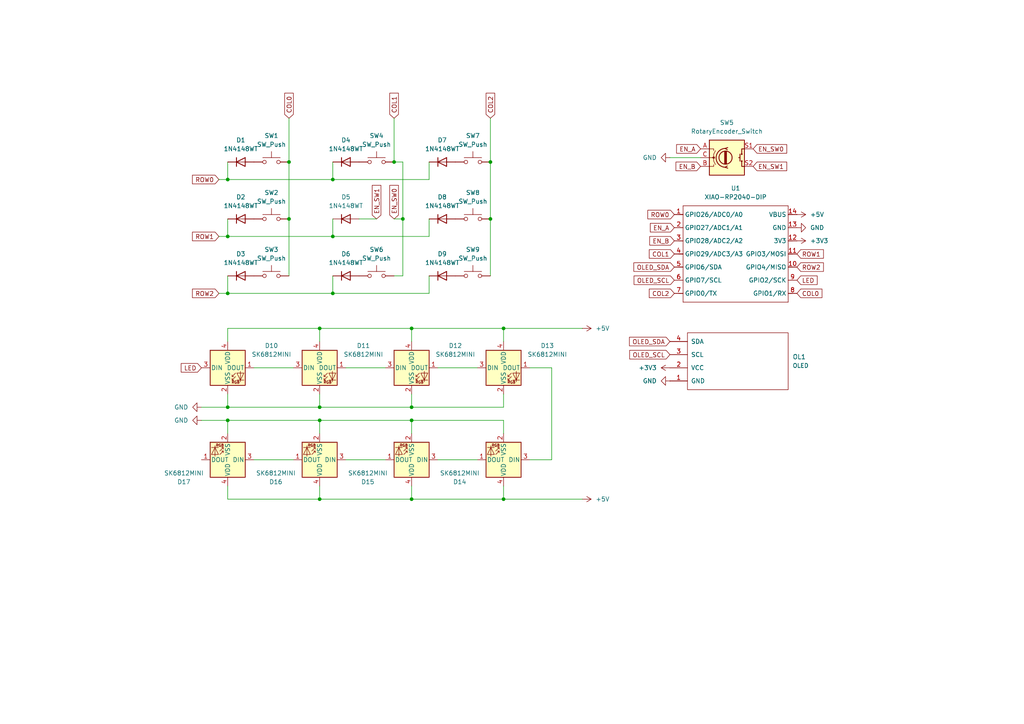
<source format=kicad_sch>
(kicad_sch (version 20250114) (generator "eeschema") (generator_version "9.0")
  (paper "A4")
  (lib_symbols
    (symbol "0.91 OLED:OLED" (pin_names (offset 1.016))
      (property "Reference" "OL1" (at 16.51 1.905 0))
      (property "Value" "OLED" (at 16.51 -0.635 0))
      (symbol "OLED_0_1"
        (rectangle (start -13.97 8.89) (end 15.24 -7.62))
      )
      (symbol "OLED_1_1"
        (pin bidirectional line (at -19.05 6.35 0) (length 5.08) (name "SDA") (number "4"))
        (pin bidirectional line (at -19.05 2.54 0) (length 5.08) (name "SCL") (number "3"))
        (pin power_in line (at -19.05 -1.27 0) (length 5.08) (name "VCC") (number "2"))
        (pin power_in line (at -19.05 -5.08 0) (length 5.08) (name "GND") (number "1"))
      )
    )
    (symbol "Device:RotaryEncoder_Switch" (pin_names (offset 0.254) (hide yes))
      (property "Reference" "SW" (at 0 6.604 0))
      (property "Value" "RotaryEncoder_Switch" (at 0 -6.604 0))
      (symbol "RotaryEncoder_Switch_0_1"
        (rectangle (start -5.08 5.08) (end 5.08 -5.08) (stroke (width 0.254)) (fill (type background)))
        (polyline (pts (xy -5.08 2.54) (xy -3.81 2.54) (xy -3.81 2.032)))
        (polyline (pts (xy -5.08 0) (xy -3.81 0) (xy -3.81 -1.016) (xy -3.302 -2.032)))
        (polyline (pts (xy -5.08 -2.54) (xy -3.81 -2.54) (xy -3.81 -2.032)))
        (polyline (pts (xy -4.318 0) (xy -3.81 0) (xy -3.81 1.016) (xy -3.302 2.032)))
        (circle (center -3.81 0) (radius 0.254) (fill (type outline)))
        (polyline (pts (xy -0.635 -1.778) (xy -0.635 1.778)) (stroke (width 0.254)))
        (circle (center -0.381 0) (radius 1.905) (stroke (width 0.254)))
        (polyline (pts (xy -0.381 -1.778) (xy -0.381 1.778)) (stroke (width 0.254)))
        (arc (start -0.381 -2.794) (mid -3.0988 -0.0635) (end -0.381 2.667) (stroke (width 0.254)))
        (polyline (pts (xy -0.127 1.778) (xy -0.127 -1.778)) (stroke (width 0.254)))
        (polyline (pts (xy 0.254 2.921) (xy -0.508 2.667) (xy 0.127 2.286)) (stroke (width 0.254)))
        (polyline (pts (xy 0.254 -3.048) (xy -0.508 -2.794) (xy 0.127 -2.413)) (stroke (width 0.254)))
        (polyline (pts (xy 3.81 1.016) (xy 3.81 -1.016)) (stroke (width 0.254)))
        (polyline (pts (xy 3.81 0) (xy 3.429 0)) (stroke (width 0.254)))
        (circle (center 4.318 1.016) (radius 0.127) (stroke (width 0.254)))
        (circle (center 4.318 -1.016) (radius 0.127) (stroke (width 0.254)))
        (polyline (pts (xy 5.08 2.54) (xy 4.318 2.54) (xy 4.318 1.016)) (stroke (width 0.254)))
        (polyline (pts (xy 5.08 -2.54) (xy 4.318 -2.54) (xy 4.318 -1.016)) (stroke (width 0.254)))
      )
      (symbol "RotaryEncoder_Switch_1_1"
        (pin passive line (at -7.62 2.54 0) (length 2.54) (name "A") (number "A"))
        (pin passive line (at -7.62 0 0) (length 2.54) (name "C") (number "C"))
        (pin passive line (at -7.62 -2.54 0) (length 2.54) (name "B") (number "B"))
        (pin passive line (at 7.62 2.54 180) (length 2.54) (name "S1") (number "S1"))
        (pin passive line (at 7.62 -2.54 180) (length 2.54) (name "S2") (number "S2"))
      )
    )
    (symbol "Diode:1N4148WT" (pin_numbers (hide yes)) (pin_names (hide yes))
      (property "Reference" "D" (at 0 2.54 0))
      (property "Value" "1N4148WT" (at 0 -2.54 0))
      (symbol "1N4148WT_0_1"
        (polyline (pts (xy -1.27 1.27) (xy -1.27 -1.27)) (stroke (width 0.254)))
        (polyline (pts (xy 1.27 1.27) (xy 1.27 -1.27) (xy -1.27 0) (xy 1.27 1.27)) (stroke (width 0.254)))
        (polyline (pts (xy 1.27 0) (xy -1.27 0)))
      )
      (symbol "1N4148WT_1_1"
        (pin passive line (at -3.81 0 0) (length 2.54) (name "K") (number "1"))
        (pin passive line (at 3.81 0 180) (length 2.54) (name "A") (number "2"))
      )
    )
    (symbol "LED:SK6812MINI" (pin_names (offset 0.254))
      (property "Reference" "D" (at 5.08 5.715 0))
      (property "Value" "SK6812MINI" (at 1.27 -5.715 0))
      (symbol "SK6812MINI_0_0"
        (text "RGB" (at 2.286 -4.191 0) (effects (font (size 0.762 0.762))))
      )
      (symbol "SK6812MINI_0_1"
        (polyline (pts (xy 1.27 -2.54) (xy 1.778 -2.54)))
        (polyline (pts (xy 1.27 -3.556) (xy 1.778 -3.556)))
        (polyline (pts (xy 2.286 -1.524) (xy 1.27 -2.54) (xy 1.27 -2.032)))
        (polyline (pts (xy 2.286 -2.54) (xy 1.27 -3.556) (xy 1.27 -3.048)))
        (polyline (pts (xy 3.683 -1.016) (xy 3.683 -3.556) (xy 3.683 -4.064)))
        (polyline (pts (xy 4.699 -1.524) (xy 2.667 -1.524) (xy 3.683 -3.556) (xy 4.699 -1.524)))
        (polyline (pts (xy 4.699 -3.556) (xy 2.667 -3.556)))
        (rectangle (start 5.08 5.08) (end -5.08 -5.08) (stroke (width 0.254)) (fill (type background)))
      )
      (symbol "SK6812MINI_1_1"
        (pin input line (at -7.62 0 0) (length 2.54) (name "DIN") (number "3"))
        (pin power_in line (at 0 7.62 270) (length 2.54) (name "VDD") (number "4"))
        (pin power_in line (at 0 -7.62 90) (length 2.54) (name "VSS") (number "2"))
        (pin output line (at 7.62 0 180) (length 2.54) (name "DOUT") (number "1"))
      )
    )
    (symbol "OPL:XIAO-RP2040-DIP"
      (property "Reference" "U" (at 0 0 0))
      (property "Value" "XIAO-RP2040-DIP" (at 5.334 -1.778 0))
      (symbol "XIAO-RP2040-DIP_1_0"
        (polyline (pts (xy -1.27 -2.54) (xy 29.21 -2.54)) (stroke (width 0.1524)))
        (polyline (pts (xy -1.27 -5.08) (xy -2.54 -5.08)) (stroke (width 0.1524)))
        (polyline (pts (xy -1.27 -5.08) (xy -1.27 -2.54)) (stroke (width 0.1524)))
        (polyline (pts (xy -1.27 -8.89) (xy -2.54 -8.89)) (stroke (width 0.1524)))
        (polyline (pts (xy -1.27 -8.89) (xy -1.27 -5.08)) (stroke (width 0.1524)))
        (polyline (pts (xy -1.27 -12.7) (xy -2.54 -12.7)) (stroke (width 0.1524)))
        (polyline (pts (xy -1.27 -12.7) (xy -1.27 -8.89)) (stroke (width 0.1524)))
        (polyline (pts (xy -1.27 -16.51) (xy -2.54 -16.51)) (stroke (width 0.1524)))
        (polyline (pts (xy -1.27 -16.51) (xy -1.27 -12.7)) (stroke (width 0.1524)))
        (polyline (pts (xy -1.27 -20.32) (xy -2.54 -20.32)) (stroke (width 0.1524)))
        (polyline (pts (xy -1.27 -24.13) (xy -2.54 -24.13)) (stroke (width 0.1524)))
        (polyline (pts (xy -1.27 -27.94) (xy -2.54 -27.94)) (stroke (width 0.1524)))
        (polyline (pts (xy -1.27 -30.48) (xy -1.27 -16.51)) (stroke (width 0.1524)))
        (polyline (pts (xy 29.21 -2.54) (xy 29.21 -5.08)) (stroke (width 0.1524)))
        (polyline (pts (xy 29.21 -5.08) (xy 29.21 -8.89)) (stroke (width 0.1524)))
        (polyline (pts (xy 29.21 -8.89) (xy 29.21 -12.7)) (stroke (width 0.1524)))
        (polyline (pts (xy 29.21 -12.7) (xy 29.21 -30.48)) (stroke (width 0.1524)))
        (polyline (pts (xy 29.21 -30.48) (xy -1.27 -30.48)) (stroke (width 0.1524)))
        (polyline (pts (xy 30.48 -5.08) (xy 29.21 -5.08)) (stroke (width 0.1524)))
        (polyline (pts (xy 30.48 -8.89) (xy 29.21 -8.89)) (stroke (width 0.1524)))
        (polyline (pts (xy 30.48 -12.7) (xy 29.21 -12.7)) (stroke (width 0.1524)))
        (polyline (pts (xy 30.48 -16.51) (xy 29.21 -16.51)) (stroke (width 0.1524)))
        (polyline (pts (xy 30.48 -20.32) (xy 29.21 -20.32)) (stroke (width 0.1524)))
        (polyline (pts (xy 30.48 -24.13) (xy 29.21 -24.13)) (stroke (width 0.1524)))
        (polyline (pts (xy 30.48 -27.94) (xy 29.21 -27.94)) (stroke (width 0.1524)))
        (pin passive line (at -3.81 -5.08 0) (length 2.54) (name "GPIO26/ADC0/A0") (number "1"))
        (pin passive line (at -3.81 -8.89 0) (length 2.54) (name "GPIO27/ADC1/A1") (number "2"))
        (pin passive line (at -3.81 -12.7 0) (length 2.54) (name "GPIO28/ADC2/A2") (number "3"))
        (pin passive line (at -3.81 -16.51 0) (length 2.54) (name "GPIO29/ADC3/A3") (number "4"))
        (pin passive line (at -3.81 -20.32 0) (length 2.54) (name "GPIO6/SDA") (number "5"))
        (pin passive line (at -3.81 -24.13 0) (length 2.54) (name "GPIO7/SCL") (number "6"))
        (pin passive line (at -3.81 -27.94 0) (length 2.54) (name "GPIO0/TX") (number "7"))
        (pin passive line (at 31.75 -5.08 180) (length 2.54) (name "VBUS") (number "14"))
        (pin passive line (at 31.75 -8.89 180) (length 2.54) (name "GND") (number "13"))
        (pin passive line (at 31.75 -12.7 180) (length 2.54) (name "3V3") (number "12"))
        (pin passive line (at 31.75 -16.51 180) (length 2.54) (name "GPIO3/MOSI") (number "11"))
        (pin passive line (at 31.75 -20.32 180) (length 2.54) (name "GPIO4/MISO") (number "10"))
        (pin passive line (at 31.75 -24.13 180) (length 2.54) (name "GPIO2/SCK") (number "9"))
        (pin passive line (at 31.75 -27.94 180) (length 2.54) (name "GPIO1/RX") (number "8"))
      )
    )
    (symbol "Switch:SW_Push" (pin_numbers (hide yes)) (pin_names (offset 1.016) (hide yes))
      (property "Reference" "SW" (at 1.27 2.54 0))
      (property "Value" "SW_Push" (at 0 -1.524 0))
      (symbol "SW_Push_0_1"
        (circle (center -2.032 0) (radius 0.508))
        (polyline (pts (xy 0 1.27) (xy 0 3.048)))
        (circle (center 2.032 0) (radius 0.508))
        (polyline (pts (xy 2.54 1.27) (xy -2.54 1.27)))
        (pin passive line (at -5.08 0 0) (length 2.54) (name "1") (number "1"))
        (pin passive line (at 5.08 0 180) (length 2.54) (name "2") (number "2"))
      )
    )
    (symbol "power:+3V3" (power) (pin_numbers (hide yes)) (pin_names (offset 0) (hide yes))
      (property "Value" "+3V3" (at 0 3.556 0))
      (symbol "+3V3_0_1"
        (polyline (pts (xy -0.762 1.27) (xy 0 2.54)))
        (polyline (pts (xy 0 2.54) (xy 0.762 1.27)))
        (polyline (pts (xy 0 0) (xy 0 2.54)))
      )
      (symbol "+3V3_1_1"
        (pin power_in line (at 0 0 90) (length 0) (name "~") (number "1"))
      )
    )
    (symbol "power:+5V" (power) (pin_numbers (hide yes)) (pin_names (offset 0) (hide yes))
      (property "Value" "+5V" (at 0 3.556 0))
      (symbol "+5V_0_1"
        (polyline (pts (xy -0.762 1.27) (xy 0 2.54)))
        (polyline (pts (xy 0 2.54) (xy 0.762 1.27)))
        (polyline (pts (xy 0 0) (xy 0 2.54)))
      )
      (symbol "+5V_1_1"
        (pin power_in line (at 0 0 90) (length 0) (name "~") (number "1"))
      )
    )
    (symbol "power:GND" (power) (pin_numbers (hide yes)) (pin_names (offset 0) (hide yes))
      (property "Value" "GND" (at 0 -3.81 0))
      (symbol "GND_0_1"
        (polyline (pts (xy 0 0) (xy 0 -1.27) (xy 1.27 -1.27) (xy 0 -2.54) (xy -1.27 -1.27) (xy 0 -1.27)))
      )
      (symbol "GND_1_1"
        (pin power_in line (at 0 0 270) (length 0) (name "~") (number "1"))
      )
    )
  )
  (junction (at 119.38 118.11))
  (junction (at 66.04 118.11))
  (junction (at 114.3 46.99))
  (junction (at 116.84 63.5))
  (junction (at 83.82 46.99))
  (junction (at 92.71 144.78))
  (junction (at 66.04 68.58))
  (junction (at 83.82 63.5))
  (junction (at 66.04 85.09))
  (junction (at 66.04 52.07))
  (junction (at 96.52 52.07))
  (junction (at 66.04 121.92))
  (junction (at 146.05 144.78))
  (junction (at 92.71 95.25))
  (junction (at 92.71 118.11))
  (junction (at 96.52 68.58))
  (junction (at 119.38 144.78))
  (junction (at 119.38 95.25))
  (junction (at 146.05 95.25))
  (junction (at 92.71 121.92))
  (junction (at 142.24 63.5))
  (junction (at 96.52 85.09))
  (junction (at 142.24 46.99))
  (junction (at 119.38 121.92))
  (wire (pts (xy 92.71 114.3) (xy 92.71 118.11)))
  (wire (pts (xy 83.82 34.29) (xy 83.82 46.99)))
  (wire (pts (xy 100.33 133.35) (xy 111.76 133.35)))
  (wire (pts (xy 96.52 85.09) (xy 66.04 85.09)))
  (wire (pts (xy 119.38 140.97) (xy 119.38 144.78)))
  (wire (pts (xy 66.04 144.78) (xy 92.71 144.78)))
  (wire (pts (xy 73.66 106.68) (xy 85.09 106.68)))
  (wire (pts (xy 66.04 121.92) (xy 66.04 125.73)))
  (wire (pts (xy 114.3 34.29) (xy 114.3 46.99)))
  (wire (pts (xy 66.04 46.99) (xy 66.04 52.07)))
  (wire (pts (xy 66.04 80.01) (xy 66.04 85.09)))
  (wire (pts (xy 153.67 106.68) (xy 160.02 106.68)))
  (wire (pts (xy 119.38 144.78) (xy 146.05 144.78)))
  (wire (pts (xy 92.71 144.78) (xy 119.38 144.78)))
  (wire (pts (xy 194.31 45.72) (xy 203.2 45.72)))
  (wire (pts (xy 104.14 63.5) (xy 109.22 63.5)))
  (wire (pts (xy 63.5 68.58) (xy 66.04 68.58)))
  (wire (pts (xy 119.38 95.25) (xy 119.38 99.06)))
  (wire (pts (xy 83.82 63.5) (xy 83.82 80.01)))
  (wire (pts (xy 96.52 80.01) (xy 96.52 85.09)))
  (wire (pts (xy 66.04 99.06) (xy 66.04 95.25)))
  (wire (pts (xy 66.04 95.25) (xy 92.71 95.25)))
  (wire (pts (xy 63.5 85.09) (xy 66.04 85.09)))
  (wire (pts (xy 119.38 121.92) (xy 146.05 121.92)))
  (wire (pts (xy 66.04 140.97) (xy 66.04 144.78)))
  (wire (pts (xy 127 106.68) (xy 138.43 106.68)))
  (wire (pts (xy 66.04 63.5) (xy 66.04 68.58)))
  (wire (pts (xy 146.05 140.97) (xy 146.05 144.78)))
  (wire (pts (xy 124.46 63.5) (xy 124.46 68.58)))
  (wire (pts (xy 127 133.35) (xy 138.43 133.35)))
  (wire (pts (xy 146.05 125.73) (xy 146.05 121.92)))
  (wire (pts (xy 73.66 133.35) (xy 85.09 133.35)))
  (wire (pts (xy 146.05 95.25) (xy 168.91 95.25)))
  (wire (pts (xy 92.71 95.25) (xy 92.71 99.06)))
  (wire (pts (xy 92.71 140.97) (xy 92.71 144.78)))
  (wire (pts (xy 124.46 52.07) (xy 96.52 52.07)))
  (wire (pts (xy 114.3 46.99) (xy 116.84 46.99)))
  (wire (pts (xy 119.38 114.3) (xy 119.38 118.11)))
  (wire (pts (xy 92.71 121.92) (xy 119.38 121.92)))
  (wire (pts (xy 124.46 68.58) (xy 96.52 68.58)))
  (wire (pts (xy 116.84 63.5) (xy 116.84 80.01)))
  (wire (pts (xy 146.05 144.78) (xy 168.91 144.78)))
  (wire (pts (xy 66.04 121.92) (xy 92.71 121.92)))
  (wire (pts (xy 124.46 85.09) (xy 96.52 85.09)))
  (wire (pts (xy 116.84 80.01) (xy 114.3 80.01)))
  (wire (pts (xy 119.38 121.92) (xy 119.38 125.73)))
  (wire (pts (xy 66.04 118.11) (xy 92.71 118.11)))
  (wire (pts (xy 124.46 80.01) (xy 124.46 85.09)))
  (wire (pts (xy 142.24 34.29) (xy 142.24 46.99)))
  (wire (pts (xy 83.82 46.99) (xy 83.82 63.5)))
  (wire (pts (xy 66.04 52.07) (xy 96.52 52.07)))
  (wire (pts (xy 124.46 46.99) (xy 124.46 52.07)))
  (wire (pts (xy 66.04 114.3) (xy 66.04 118.11)))
  (wire (pts (xy 119.38 95.25) (xy 146.05 95.25)))
  (wire (pts (xy 92.71 118.11) (xy 119.38 118.11)))
  (wire (pts (xy 160.02 106.68) (xy 160.02 133.35)))
  (wire (pts (xy 92.71 95.25) (xy 119.38 95.25)))
  (wire (pts (xy 146.05 95.25) (xy 146.05 99.06)))
  (wire (pts (xy 116.84 63.5) (xy 116.84 46.99)))
  (wire (pts (xy 142.24 46.99) (xy 142.24 63.5)))
  (wire (pts (xy 66.04 68.58) (xy 96.52 68.58)))
  (wire (pts (xy 119.38 118.11) (xy 146.05 118.11)))
  (wire (pts (xy 142.24 63.5) (xy 142.24 80.01)))
  (wire (pts (xy 58.42 118.11) (xy 66.04 118.11)))
  (wire (pts (xy 100.33 106.68) (xy 111.76 106.68)))
  (wire (pts (xy 160.02 133.35) (xy 153.67 133.35)))
  (wire (pts (xy 96.52 63.5) (xy 96.52 68.58)))
  (wire (pts (xy 92.71 121.92) (xy 92.71 125.73)))
  (wire (pts (xy 58.42 121.92) (xy 66.04 121.92)))
  (wire (pts (xy 114.3 63.5) (xy 116.84 63.5)))
  (wire (pts (xy 96.52 46.99) (xy 96.52 52.07)))
  (wire (pts (xy 63.5 52.07) (xy 66.04 52.07)))
  (wire (pts (xy 146.05 114.3) (xy 146.05 118.11)))
  (global_label "EN_SW0" (shape input) (at 218.44 43.18 0) (property "Intersheetrefs" "${INTERSHEET_REFS}" (effects (hide yes))))
  (global_label "EN_B" (shape input) (at 203.2 48.26 180) (property "Intersheetrefs" "${INTERSHEET_REFS}" (effects (hide yes))))
  (global_label "ROW0" (shape input) (at 195.58 62.23 180) (property "Intersheetrefs" "${INTERSHEET_REFS}" (effects (hide yes))))
  (global_label "ROW2" (shape input) (at 63.5 85.09 180) (property "Intersheetrefs" "${INTERSHEET_REFS}" (effects (hide yes))))
  (global_label "COL0" (shape input) (at 83.82 34.29 90) (property "Intersheetrefs" "${INTERSHEET_REFS}" (effects (hide yes))))
  (global_label "COL1" (shape input) (at 195.58 73.66 180) (property "Intersheetrefs" "${INTERSHEET_REFS}" (effects (hide yes))))
  (global_label "ROW2" (shape input) (at 231.14 77.47 0) (property "Intersheetrefs" "${INTERSHEET_REFS}" (effects (hide yes))))
  (global_label "COL0" (shape input) (at 231.14 85.09 0) (property "Intersheetrefs" "${INTERSHEET_REFS}" (effects (hide yes))))
  (global_label "OLED_SCL" (shape input) (at 194.31 102.87 180) (property "Intersheetrefs" "${INTERSHEET_REFS}" (effects (hide yes))))
  (global_label "ROW1" (shape input) (at 63.5 68.58 180) (property "Intersheetrefs" "${INTERSHEET_REFS}" (effects (hide yes))))
  (global_label "LED" (shape input) (at 231.14 81.28 0) (property "Intersheetrefs" "${INTERSHEET_REFS}" (effects (hide yes))))
  (global_label "ROW0" (shape input) (at 63.5 52.07 180) (property "Intersheetrefs" "${INTERSHEET_REFS}" (effects (hide yes))))
  (global_label "ROW1" (shape input) (at 231.14 73.66 0) (property "Intersheetrefs" "${INTERSHEET_REFS}" (effects (hide yes))))
  (global_label "EN_SW1" (shape input) (at 109.22 63.5 90) (property "Intersheetrefs" "${INTERSHEET_REFS}" (effects (hide yes))))
  (global_label "EN_SW0" (shape input) (at 114.3 63.5 90) (property "Intersheetrefs" "${INTERSHEET_REFS}" (effects (hide yes))))
  (global_label "OLED_SDA" (shape input) (at 195.58 77.47 180) (property "Intersheetrefs" "${INTERSHEET_REFS}" (effects (hide yes))))
  (global_label "EN_A" (shape input) (at 203.2 43.18 180) (property "Intersheetrefs" "${INTERSHEET_REFS}" (effects (hide yes))))
  (global_label "COL2" (shape input) (at 142.24 34.29 90) (property "Intersheetrefs" "${INTERSHEET_REFS}" (effects (hide yes))))
  (global_label "EN_B" (shape input) (at 195.58 69.85 180) (property "Intersheetrefs" "${INTERSHEET_REFS}" (effects (hide yes))))
  (global_label "COL1" (shape input) (at 114.3 34.29 90) (property "Intersheetrefs" "${INTERSHEET_REFS}" (effects (hide yes))))
  (global_label "COL2" (shape input) (at 195.58 85.09 180) (property "Intersheetrefs" "${INTERSHEET_REFS}" (effects (hide yes))))
  (global_label "OLED_SDA" (shape input) (at 194.31 99.06 180) (property "Intersheetrefs" "${INTERSHEET_REFS}" (effects (hide yes))))
  (global_label "EN_SW1" (shape input) (at 218.44 48.26 0) (property "Intersheetrefs" "${INTERSHEET_REFS}" (effects (hide yes))))
  (global_label "LED" (shape input) (at 58.42 106.68 180) (property "Intersheetrefs" "${INTERSHEET_REFS}" (effects (hide yes))))
  (global_label "OLED_SCL" (shape input) (at 195.58 81.28 180) (property "Intersheetrefs" "${INTERSHEET_REFS}" (effects (hide yes))))
  (global_label "EN_A" (shape input) (at 195.58 66.04 180) (property "Intersheetrefs" "${INTERSHEET_REFS}" (effects (hide yes))))
  (symbol (lib_id "Switch:SW_Push") (at 137.16 63.5 0) (unit 1)
    (property "Reference" "SW8" (at 137.16 55.88 0))
    (property "Value" "SW_Push" (at 137.16 58.42 0))
    (property "Footprint" "Button_Switch_Keyboard:SW_Cherry_MX_1.00u_PCB" (effects (hide yes)))
    (property "Description" "Push button switch, generic, two pins" (effects (hide yes)))
  )
  (symbol (lib_id "Switch:SW_Push") (at 78.74 63.5 0) (unit 1)
    (property "Reference" "SW2" (at 78.74 55.88 0))
    (property "Value" "SW_Push" (at 78.74 58.42 0))
    (property "Footprint" "Button_Switch_Keyboard:SW_Cherry_MX_1.00u_PCB" (effects (hide yes)))
    (property "Description" "Push button switch, generic, two pins" (effects (hide yes)))
  )
  (symbol (lib_id "LED:SK6812MINI") (at 66.04 106.68 0) (unit 1)
    (property "Reference" "D10" (at 78.74 100.2598 0))
    (property "Value" "SK6812MINI" (at 78.74 102.7998 0))
    (property "Footprint" "LED_SMD:LED_SK6812MINI_PLCC4_3.5x3.5mm_P1.75mm" (effects (hide yes)))
    (property "Datasheet" "https://cdn-shop.adafruit.com/product-files/2686/SK6812MINI_REV.01-1-2.pdf" (effects (hide yes)))
    (property "Description" "RGB LED with integrated controller" (effects (hide yes)))
  )
  (symbol (lib_id "power:+5V") (at 168.91 144.78 270) (unit 1)
    (property "Reference" "#PWR08" (effects (hide yes)))
    (property "Value" "+5V" (at 172.72 144.7799 90) (effects (justify left)))
    (property "Description" "Power symbol creates a global label with name \"+5V\"" (effects (hide yes)))
  )
  (symbol (lib_id "Diode:1N4148WT") (at 100.33 46.99 0) (unit 1)
    (property "Reference" "D4" (at 100.33 40.64 0))
    (property "Value" "1N4148WT" (at 100.33 43.18 0))
    (property "Footprint" "Diode_THT:D_DO-35_SOD27_P7.62mm_Horizontal" (effects (hide yes)))
    (property "Datasheet" "https://www.diodes.com/assets/Datasheets/ds30396.pdf" (effects (hide yes)))
    (property "Description" "75V 0.15A Fast switching Diode, SOD-523" (effects (hide yes)))
    (property "Sim.Device" "D" (effects (hide yes)))
    (property "Sim.Pins" "1=K 2=A" (effects (hide yes)))
  )
  (symbol (lib_id "LED:SK6812MINI") (at 66.04 133.35 180) (unit 1)
    (property "Reference" "D17" (at 53.34 139.7702 0))
    (property "Value" "SK6812MINI" (at 53.34 137.2302 0))
    (property "Footprint" "LED_SMD:LED_SK6812MINI_PLCC4_3.5x3.5mm_P1.75mm" (effects (hide yes)))
    (property "Datasheet" "https://cdn-shop.adafruit.com/product-files/2686/SK6812MINI_REV.01-1-2.pdf" (effects (hide yes)))
    (property "Description" "RGB LED with integrated controller" (effects (hide yes)))
  )
  (symbol (lib_id "Diode:1N4148WT") (at 100.33 63.5 0) (unit 1)
    (property "Reference" "D5" (at 100.33 57.15 0))
    (property "Value" "1N4148WT" (at 100.33 59.69 0))
    (property "Footprint" "Diode_THT:D_DO-35_SOD27_P7.62mm_Horizontal" (effects (hide yes)))
    (property "Datasheet" "https://www.diodes.com/assets/Datasheets/ds30396.pdf" (effects (hide yes)))
    (property "Description" "75V 0.15A Fast switching Diode, SOD-523" (effects (hide yes)))
    (property "Sim.Device" "D" (effects (hide yes)))
    (property "Sim.Pins" "1=K 2=A" (effects (hide yes)))
  )
  (symbol (lib_id "Device:RotaryEncoder_Switch") (at 210.82 45.72 0) (unit 1)
    (property "Reference" "SW5" (at 210.82 35.56 0))
    (property "Value" "RotaryEncoder_Switch" (at 210.82 38.1 0))
    (property "Footprint" "Rotary_Encoder:RotaryEncoder_Alps_EC11E-Switch_Vertical_H20mm" (effects (hide yes)))
    (property "Description" "Rotary encoder, dual channel, incremental quadrate outputs, with switch" (effects (hide yes)))
  )
  (symbol (lib_id "LED:SK6812MINI") (at 146.05 133.35 180) (unit 1)
    (property "Reference" "D14" (at 133.35 139.7702 0))
    (property "Value" "SK6812MINI" (at 133.35 137.2302 0))
    (property "Footprint" "LED_SMD:LED_SK6812MINI_PLCC4_3.5x3.5mm_P1.75mm" (effects (hide yes)))
    (property "Datasheet" "https://cdn-shop.adafruit.com/product-files/2686/SK6812MINI_REV.01-1-2.pdf" (effects (hide yes)))
    (property "Description" "RGB LED with integrated controller" (effects (hide yes)))
  )
  (symbol (lib_id "Switch:SW_Push") (at 109.22 80.01 0) (unit 1)
    (property "Reference" "SW6" (at 109.22 72.39 0))
    (property "Value" "SW_Push" (at 109.22 74.93 0))
    (property "Footprint" "Button_Switch_Keyboard:SW_Cherry_MX_1.00u_PCB" (effects (hide yes)))
    (property "Description" "Push button switch, generic, two pins" (effects (hide yes)))
  )
  (symbol (lib_id "LED:SK6812MINI") (at 146.05 106.68 0) (unit 1)
    (property "Reference" "D13" (at 158.75 100.2598 0))
    (property "Value" "SK6812MINI" (at 158.75 102.7998 0))
    (property "Footprint" "LED_SMD:LED_SK6812MINI_PLCC4_3.5x3.5mm_P1.75mm" (effects (hide yes)))
    (property "Datasheet" "https://cdn-shop.adafruit.com/product-files/2686/SK6812MINI_REV.01-1-2.pdf" (effects (hide yes)))
    (property "Description" "RGB LED with integrated controller" (effects (hide yes)))
  )
  (symbol (lib_id "Switch:SW_Push") (at 78.74 80.01 0) (unit 1)
    (property "Reference" "SW3" (at 78.74 72.39 0))
    (property "Value" "SW_Push" (at 78.74 74.93 0))
    (property "Footprint" "Button_Switch_Keyboard:SW_Cherry_MX_1.00u_PCB" (effects (hide yes)))
    (property "Description" "Push button switch, generic, two pins" (effects (hide yes)))
  )
  (symbol (lib_id "Diode:1N4148WT") (at 100.33 80.01 0) (unit 1)
    (property "Reference" "D6" (at 100.33 73.66 0))
    (property "Value" "1N4148WT" (at 100.33 76.2 0))
    (property "Footprint" "Diode_THT:D_DO-35_SOD27_P7.62mm_Horizontal" (effects (hide yes)))
    (property "Datasheet" "https://www.diodes.com/assets/Datasheets/ds30396.pdf" (effects (hide yes)))
    (property "Description" "75V 0.15A Fast switching Diode, SOD-523" (effects (hide yes)))
    (property "Sim.Device" "D" (effects (hide yes)))
    (property "Sim.Pins" "1=K 2=A" (effects (hide yes)))
  )
  (symbol (lib_id "power:GND") (at 194.31 110.49 270) (unit 1)
    (property "Reference" "#PWR02" (effects (hide yes)))
    (property "Value" "GND" (at 190.5 110.4899 90) (effects (justify right)))
    (property "Description" "Power symbol creates a global label with name \"GND\" , ground" (effects (hide yes)))
  )
  (symbol (lib_id "LED:SK6812MINI") (at 119.38 133.35 180) (unit 1)
    (property "Reference" "D15" (at 106.68 139.7702 0))
    (property "Value" "SK6812MINI" (at 106.68 137.2302 0))
    (property "Footprint" "LED_SMD:LED_SK6812MINI_PLCC4_3.5x3.5mm_P1.75mm" (effects (hide yes)))
    (property "Datasheet" "https://cdn-shop.adafruit.com/product-files/2686/SK6812MINI_REV.01-1-2.pdf" (effects (hide yes)))
    (property "Description" "RGB LED with integrated controller" (effects (hide yes)))
  )
  (symbol (lib_id "Switch:SW_Push") (at 78.74 46.99 0) (unit 1)
    (property "Reference" "SW1" (at 78.74 39.37 0))
    (property "Value" "SW_Push" (at 78.74 41.91 0))
    (property "Footprint" "Button_Switch_Keyboard:SW_Cherry_MX_1.00u_PCB" (effects (hide yes)))
    (property "Description" "Push button switch, generic, two pins" (effects (hide yes)))
  )
  (symbol (lib_id "LED:SK6812MINI") (at 92.71 106.68 0) (unit 1)
    (property "Reference" "D11" (at 105.41 100.2598 0))
    (property "Value" "SK6812MINI" (at 105.41 102.7998 0))
    (property "Footprint" "LED_SMD:LED_SK6812MINI_PLCC4_3.5x3.5mm_P1.75mm" (effects (hide yes)))
    (property "Datasheet" "https://cdn-shop.adafruit.com/product-files/2686/SK6812MINI_REV.01-1-2.pdf" (effects (hide yes)))
    (property "Description" "RGB LED with integrated controller" (effects (hide yes)))
  )
  (symbol (lib_id "LED:SK6812MINI") (at 119.38 106.68 0) (unit 1)
    (property "Reference" "D12" (at 132.08 100.2598 0))
    (property "Value" "SK6812MINI" (at 132.08 102.7998 0))
    (property "Footprint" "LED_SMD:LED_SK6812MINI_PLCC4_3.5x3.5mm_P1.75mm" (effects (hide yes)))
    (property "Datasheet" "https://cdn-shop.adafruit.com/product-files/2686/SK6812MINI_REV.01-1-2.pdf" (effects (hide yes)))
    (property "Description" "RGB LED with integrated controller" (effects (hide yes)))
  )
  (symbol (lib_id "Diode:1N4148WT") (at 69.85 63.5 0) (unit 1)
    (property "Reference" "D2" (at 69.85 57.15 0))
    (property "Value" "1N4148WT" (at 69.85 59.69 0))
    (property "Footprint" "Diode_THT:D_DO-35_SOD27_P7.62mm_Horizontal" (effects (hide yes)))
    (property "Datasheet" "https://www.diodes.com/assets/Datasheets/ds30396.pdf" (effects (hide yes)))
    (property "Description" "75V 0.15A Fast switching Diode, SOD-523" (effects (hide yes)))
    (property "Sim.Device" "D" (effects (hide yes)))
    (property "Sim.Pins" "1=K 2=A" (effects (hide yes)))
  )
  (symbol (lib_id "power:GND") (at 231.14 66.04 90) (unit 1)
    (property "Reference" "#PWR05" (effects (hide yes)))
    (property "Value" "GND" (at 234.95 66.0399 90) (effects (justify right)))
    (property "Description" "Power symbol creates a global label with name \"GND\" , ground" (effects (hide yes)))
  )
  (symbol (lib_id "power:+3V3") (at 231.14 69.85 270) (unit 1)
    (property "Reference" "#PWR04" (effects (hide yes)))
    (property "Value" "+3V3" (at 234.95 69.8499 90) (effects (justify left)))
    (property "Description" "Power symbol creates a global label with name \"+3V3\"" (effects (hide yes)))
  )
  (symbol (lib_id "power:GND") (at 194.31 45.72 270) (unit 1)
    (property "Reference" "#PWR01" (effects (hide yes)))
    (property "Value" "GND" (at 190.5 45.7199 90) (effects (justify right)))
    (property "Description" "Power symbol creates a global label with name \"GND\" , ground" (effects (hide yes)))
  )
  (symbol (lib_id "Switch:SW_Push") (at 109.22 46.99 0) (unit 1)
    (property "Reference" "SW4" (at 109.22 39.37 0))
    (property "Value" "SW_Push" (at 109.22 41.91 0))
    (property "Footprint" "Button_Switch_Keyboard:SW_Cherry_MX_1.00u_PCB" (effects (hide yes)))
    (property "Description" "Push button switch, generic, two pins" (effects (hide yes)))
  )
  (symbol (lib_id "Switch:SW_Push") (at 137.16 46.99 0) (unit 1)
    (property "Reference" "SW7" (at 137.16 39.37 0))
    (property "Value" "SW_Push" (at 137.16 41.91 0))
    (property "Footprint" "Button_Switch_Keyboard:SW_Cherry_MX_1.00u_PCB" (effects (hide yes)))
    (property "Description" "Push button switch, generic, two pins" (effects (hide yes)))
  )
  (symbol (lib_id "Diode:1N4148WT") (at 69.85 80.01 0) (unit 1)
    (property "Reference" "D3" (at 69.85 73.66 0))
    (property "Value" "1N4148WT" (at 69.85 76.2 0))
    (property "Footprint" "Diode_THT:D_DO-35_SOD27_P7.62mm_Horizontal" (effects (hide yes)))
    (property "Datasheet" "https://www.diodes.com/assets/Datasheets/ds30396.pdf" (effects (hide yes)))
    (property "Description" "75V 0.15A Fast switching Diode, SOD-523" (effects (hide yes)))
    (property "Sim.Device" "D" (effects (hide yes)))
    (property "Sim.Pins" "1=K 2=A" (effects (hide yes)))
  )
  (symbol (lib_id "Diode:1N4148WT") (at 128.27 63.5 0) (unit 1)
    (property "Reference" "D8" (at 128.27 57.15 0))
    (property "Value" "1N4148WT" (at 128.27 59.69 0))
    (property "Footprint" "Diode_THT:D_DO-35_SOD27_P7.62mm_Horizontal" (effects (hide yes)))
    (property "Datasheet" "https://www.diodes.com/assets/Datasheets/ds30396.pdf" (effects (hide yes)))
    (property "Description" "75V 0.15A Fast switching Diode, SOD-523" (effects (hide yes)))
    (property "Sim.Device" "D" (effects (hide yes)))
    (property "Sim.Pins" "1=K 2=A" (effects (hide yes)))
  )
  (symbol (lib_id "OPL:XIAO-RP2040-DIP") (at 199.39 57.15 0) (unit 1)
    (property "Reference" "U1" (at 213.36 54.61 0))
    (property "Value" "XIAO-RP2040-DIP" (at 213.36 57.15 0))
    (property "Footprint" "OPL:XIAO-RP2040-DIP" (effects (hide yes)))
  )
  (symbol (lib_id "power:+5V") (at 231.14 62.23 270) (unit 1)
    (property "Reference" "#PWR06" (effects (hide yes)))
    (property "Value" "+5V" (at 234.95 62.2299 90) (effects (justify left)))
    (property "Description" "Power symbol creates a global label with name \"+5V\"" (effects (hide yes)))
  )
  (symbol (lib_id "0.91 OLED:OLED") (at 213.36 105.41 0) (unit 1)
    (property "Reference" "OL1" (at 229.87 103.505 0) (effects (font (size 1.2954 1.2954)) (justify left)))
    (property "Value" "OLED" (at 229.87 106.045 0) (effects (font (size 1.1938 1.1938)) (justify left)))
    (property "Footprint" "0.91 OLED:SSD1306-0.91-OLED-4pin-128x32" (effects (hide yes)))
  )
  (symbol (lib_id "power:GND") (at 58.42 121.92 270) (unit 1)
    (property "Reference" "#PWR010" (effects (hide yes)))
    (property "Value" "GND" (at 54.61 121.9199 90) (effects (justify right)))
    (property "Description" "Power symbol creates a global label with name \"GND\" , ground" (effects (hide yes)))
  )
  (symbol (lib_id "LED:SK6812MINI") (at 92.71 133.35 180) (unit 1)
    (property "Reference" "D16" (at 80.01 139.7702 0))
    (property "Value" "SK6812MINI" (at 80.01 137.2302 0))
    (property "Footprint" "LED_SMD:LED_SK6812MINI_PLCC4_3.5x3.5mm_P1.75mm" (effects (hide yes)))
    (property "Datasheet" "https://cdn-shop.adafruit.com/product-files/2686/SK6812MINI_REV.01-1-2.pdf" (effects (hide yes)))
    (property "Description" "RGB LED with integrated controller" (effects (hide yes)))
  )
  (symbol (lib_id "Diode:1N4148WT") (at 128.27 80.01 0) (unit 1)
    (property "Reference" "D9" (at 128.27 73.66 0))
    (property "Value" "1N4148WT" (at 128.27 76.2 0))
    (property "Footprint" "Diode_THT:D_DO-35_SOD27_P7.62mm_Horizontal" (effects (hide yes)))
    (property "Datasheet" "https://www.diodes.com/assets/Datasheets/ds30396.pdf" (effects (hide yes)))
    (property "Description" "75V 0.15A Fast switching Diode, SOD-523" (effects (hide yes)))
    (property "Sim.Device" "D" (effects (hide yes)))
    (property "Sim.Pins" "1=K 2=A" (effects (hide yes)))
  )
  (symbol (lib_id "power:GND") (at 58.42 118.11 270) (unit 1)
    (property "Reference" "#PWR09" (effects (hide yes)))
    (property "Value" "GND" (at 54.61 118.1099 90) (effects (justify right)))
    (property "Description" "Power symbol creates a global label with name \"GND\" , ground" (effects (hide yes)))
  )
  (symbol (lib_id "power:+3V3") (at 194.31 106.68 90) (unit 1)
    (property "Reference" "#PWR03" (effects (hide yes)))
    (property "Value" "+3V3" (at 190.5 106.6799 90) (effects (justify left)))
    (property "Description" "Power symbol creates a global label with name \"+3V3\"" (effects (hide yes)))
  )
  (symbol (lib_id "Diode:1N4148WT") (at 69.85 46.99 0) (unit 1)
    (property "Reference" "D1" (at 69.85 40.64 0))
    (property "Value" "1N4148WT" (at 69.85 43.18 0))
    (property "Footprint" "Diode_THT:D_DO-35_SOD27_P7.62mm_Horizontal" (effects (hide yes)))
    (property "Datasheet" "https://www.diodes.com/assets/Datasheets/ds30396.pdf" (effects (hide yes)))
    (property "Description" "75V 0.15A Fast switching Diode, SOD-523" (effects (hide yes)))
    (property "Sim.Device" "D" (effects (hide yes)))
    (property "Sim.Pins" "1=K 2=A" (effects (hide yes)))
  )
  (symbol (lib_id "Diode:1N4148WT") (at 128.27 46.99 0) (unit 1)
    (property "Reference" "D7" (at 128.27 40.64 0))
    (property "Value" "1N4148WT" (at 128.27 43.18 0))
    (property "Footprint" "Diode_THT:D_DO-35_SOD27_P7.62mm_Horizontal" (effects (hide yes)))
    (property "Datasheet" "https://www.diodes.com/assets/Datasheets/ds30396.pdf" (effects (hide yes)))
    (property "Description" "75V 0.15A Fast switching Diode, SOD-523" (effects (hide yes)))
    (property "Sim.Device" "D" (effects (hide yes)))
    (property "Sim.Pins" "1=K 2=A" (effects (hide yes)))
  )
  (symbol (lib_id "power:+5V") (at 168.91 95.25 270) (unit 1)
    (property "Reference" "#PWR07" (effects (hide yes)))
    (property "Value" "+5V" (at 172.72 95.2499 90) (effects (justify left)))
    (property "Description" "Power symbol creates a global label with name \"+5V\"" (effects (hide yes)))
  )
  (symbol (lib_id "Switch:SW_Push") (at 137.16 80.01 0) (unit 1)
    (property "Reference" "SW9" (at 137.16 72.39 0))
    (property "Value" "SW_Push" (at 137.16 74.93 0))
    (property "Footprint" "Button_Switch_Keyboard:SW_Cherry_MX_1.00u_PCB" (effects (hide yes)))
    (property "Description" "Push button switch, generic, two pins" (effects (hide yes)))
  )
)
</source>
